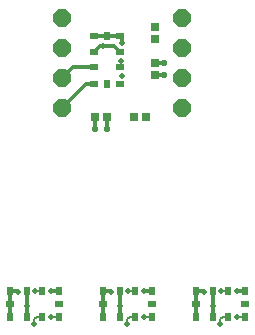
<source format=gbl>
G75*
%MOIN*%
%OFA0B0*%
%FSLAX24Y24*%
%IPPOS*%
%LPD*%
%AMOC8*
5,1,8,0,0,1.08239X$1,22.5*
%
%ADD10R,0.0236X0.0276*%
%ADD11R,0.0276X0.0236*%
%ADD12OC8,0.0600*%
%ADD13R,0.0315X0.0315*%
%ADD14C,0.0198*%
%ADD15C,0.0120*%
%ADD16OC8,0.0210*%
%ADD17C,0.0060*%
D10*
X005185Y006062D03*
X005742Y006062D03*
X006242Y006062D03*
X006799Y006062D03*
X006799Y006928D03*
X006242Y006928D03*
X005742Y006928D03*
X005185Y006928D03*
X008285Y006928D03*
X008842Y006928D03*
X009342Y006928D03*
X009899Y006928D03*
X009899Y006062D03*
X009342Y006062D03*
X008842Y006062D03*
X008285Y006062D03*
X011385Y006062D03*
X011942Y006062D03*
X012442Y006062D03*
X012999Y006062D03*
X012999Y006928D03*
X012442Y006928D03*
X011942Y006928D03*
X011385Y006928D03*
X008417Y013817D03*
X008417Y015431D03*
D11*
X008850Y015431D03*
X008850Y014874D03*
X008850Y014374D03*
X008850Y013817D03*
X007984Y013817D03*
X007984Y014374D03*
X007984Y014874D03*
X007984Y015431D03*
X008285Y006495D03*
X006799Y006495D03*
X005185Y006495D03*
X009899Y006495D03*
X011385Y006495D03*
X012999Y006495D03*
D12*
X010917Y013024D03*
X010917Y014024D03*
X010917Y015024D03*
X010917Y016024D03*
X006917Y016024D03*
X006917Y015024D03*
X006917Y014024D03*
X006917Y013024D03*
D13*
X008017Y012724D03*
X008417Y012724D03*
X009317Y012724D03*
X009717Y012724D03*
X010017Y014124D03*
X010017Y014524D03*
X010017Y015324D03*
X010017Y015724D03*
D14*
X008895Y015181D03*
X008867Y014594D03*
X008918Y014085D03*
X008266Y015074D03*
X008560Y006901D03*
X008836Y006414D03*
X009123Y006928D03*
X009656Y006924D03*
X009642Y006041D03*
X009092Y005821D03*
X006556Y006924D03*
X006023Y006928D03*
X005736Y006414D03*
X005460Y006901D03*
X005992Y005821D03*
X006542Y006041D03*
X011660Y006901D03*
X011936Y006414D03*
X012223Y006928D03*
X012756Y006924D03*
X012742Y006041D03*
X012192Y005821D03*
D15*
X011942Y006062D02*
X011936Y006062D01*
X011936Y006414D01*
X011936Y006928D01*
X011942Y006928D01*
X011660Y006928D02*
X011385Y006928D01*
X011385Y006495D01*
X011385Y006062D01*
X011660Y006901D02*
X011660Y006928D01*
X012756Y006924D02*
X012999Y006924D01*
X009899Y006924D02*
X009656Y006924D01*
X008842Y006928D02*
X008836Y006928D01*
X008836Y006414D01*
X008836Y006062D01*
X008842Y006062D01*
X008285Y006062D02*
X008285Y006495D01*
X008285Y006928D01*
X008560Y006928D01*
X008560Y006901D01*
X006799Y006924D02*
X006556Y006924D01*
X005742Y006928D02*
X005736Y006928D01*
X005736Y006414D01*
X005736Y006062D01*
X005742Y006062D01*
X005185Y006062D02*
X005185Y006495D01*
X005185Y006928D01*
X005460Y006928D01*
X005460Y006901D01*
X008017Y012324D02*
X008017Y012724D01*
X008417Y012724D02*
X008417Y012324D01*
X007984Y013817D02*
X007710Y013817D01*
X006917Y013024D01*
X006917Y014024D02*
X007267Y014374D01*
X007984Y014374D01*
X007984Y014874D02*
X008185Y015074D01*
X008266Y015074D01*
X008650Y015074D01*
X008850Y014874D01*
X008895Y015181D02*
X008895Y015386D01*
X008850Y015431D01*
X008417Y015431D01*
X008375Y015467D01*
X008287Y015431D02*
X007984Y015431D01*
X008287Y015431D02*
X008307Y015433D01*
X008326Y015437D01*
X008344Y015445D01*
X008360Y015455D01*
X008375Y015468D01*
X010017Y014524D02*
X010317Y014524D01*
X010317Y014124D02*
X010017Y014124D01*
D16*
X010317Y014124D03*
X010317Y014524D03*
X008417Y012324D03*
X008017Y012324D03*
D17*
X008850Y014374D02*
X008867Y014391D01*
X008867Y014594D01*
X009123Y006928D02*
X009342Y006928D01*
X009899Y006928D02*
X009899Y006924D01*
X009899Y006062D02*
X009673Y006062D01*
X009642Y006041D01*
X009342Y006062D02*
X009179Y006062D01*
X009092Y005975D01*
X009092Y005821D01*
X008836Y006414D02*
X008842Y006574D01*
X006799Y006924D02*
X006799Y006928D01*
X006242Y006928D02*
X006023Y006928D01*
X005742Y006574D02*
X005736Y006414D01*
X006079Y006062D02*
X005992Y005975D01*
X005992Y005821D01*
X006079Y006062D02*
X006242Y006062D01*
X006542Y006041D02*
X006573Y006062D01*
X006799Y006062D01*
X006799Y006021D01*
X011936Y006414D02*
X011942Y006574D01*
X012223Y006928D02*
X012442Y006928D01*
X012999Y006928D02*
X012999Y006924D01*
X012999Y006062D02*
X012773Y006062D01*
X012742Y006041D01*
X012442Y006062D02*
X012279Y006062D01*
X012192Y005975D01*
X012192Y005821D01*
M02*

</source>
